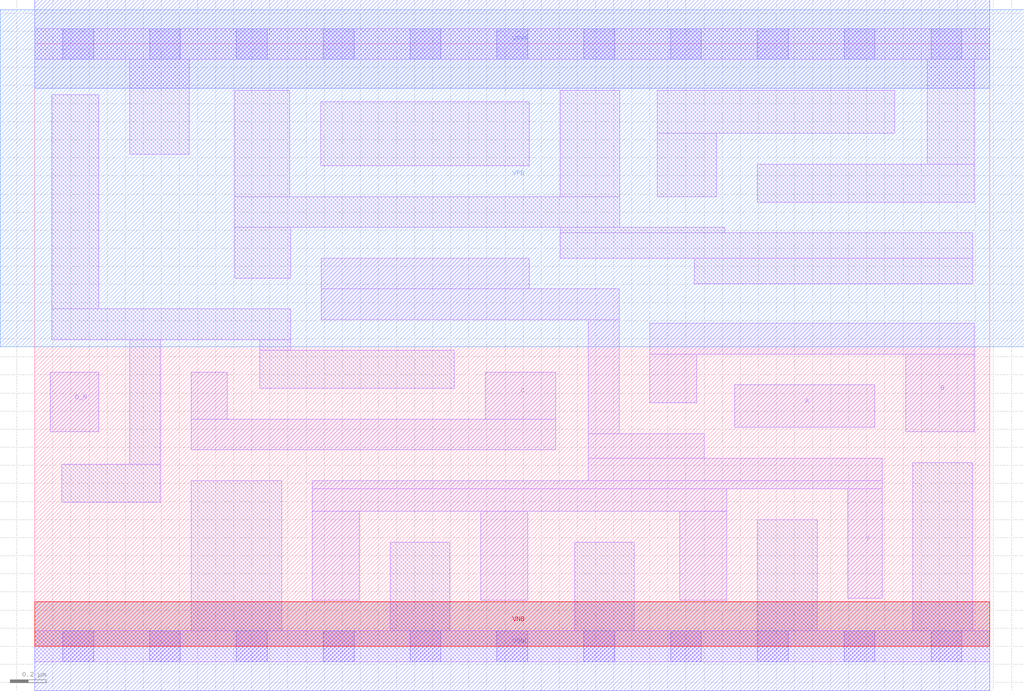
<source format=lef>
# Copyright 2020 The SkyWater PDK Authors
#
# Licensed under the Apache License, Version 2.0 (the "License");
# you may not use this file except in compliance with the License.
# You may obtain a copy of the License at
#
#     https://www.apache.org/licenses/LICENSE-2.0
#
# Unless required by applicable law or agreed to in writing, software
# distributed under the License is distributed on an "AS IS" BASIS,
# WITHOUT WARRANTIES OR CONDITIONS OF ANY KIND, either express or implied.
# See the License for the specific language governing permissions and
# limitations under the License.
#
# SPDX-License-Identifier: Apache-2.0

VERSION 5.7 ;
  NOWIREEXTENSIONATPIN ON ;
  DIVIDERCHAR "/" ;
  BUSBITCHARS "[]" ;
MACRO sky130_fd_sc_lp__nor4b_2
  CLASS CORE ;
  FOREIGN sky130_fd_sc_lp__nor4b_2 ;
  ORIGIN  0.000000  0.000000 ;
  SIZE  5.280000 BY  3.330000 ;
  SYMMETRY X Y R90 ;
  SITE unit ;
  PIN A
    ANTENNAGATEAREA  0.630000 ;
    DIRECTION INPUT ;
    USE SIGNAL ;
    PORT
      LAYER li1 ;
        RECT 3.870000 1.210000 4.645000 1.445000 ;
    END
  END A
  PIN B
    ANTENNAGATEAREA  0.630000 ;
    DIRECTION INPUT ;
    USE SIGNAL ;
    PORT
      LAYER li1 ;
        RECT 3.400000 1.345000 3.660000 1.615000 ;
        RECT 3.400000 1.615000 5.195000 1.785000 ;
        RECT 4.815000 1.185000 5.195000 1.615000 ;
    END
  END B
  PIN C
    ANTENNAGATEAREA  0.630000 ;
    DIRECTION INPUT ;
    USE SIGNAL ;
    PORT
      LAYER li1 ;
        RECT 0.865000 1.085000 2.880000 1.255000 ;
        RECT 0.865000 1.255000 1.065000 1.515000 ;
        RECT 2.490000 1.255000 2.880000 1.515000 ;
    END
  END C
  PIN D_N
    ANTENNAGATEAREA  0.126000 ;
    DIRECTION INPUT ;
    USE SIGNAL ;
    PORT
      LAYER li1 ;
        RECT 0.085000 1.185000 0.355000 1.515000 ;
    END
  END D_N
  PIN Y
    ANTENNADIFFAREA  1.293600 ;
    DIRECTION OUTPUT ;
    USE SIGNAL ;
    PORT
      LAYER li1 ;
        RECT 1.535000 0.255000 1.795000 0.745000 ;
        RECT 1.535000 0.745000 3.825000 0.870000 ;
        RECT 1.535000 0.870000 4.685000 0.915000 ;
        RECT 1.585000 1.805000 3.230000 1.975000 ;
        RECT 1.585000 1.975000 2.735000 2.145000 ;
        RECT 2.465000 0.255000 2.725000 0.745000 ;
        RECT 3.060000 0.915000 4.685000 1.040000 ;
        RECT 3.060000 1.040000 3.700000 1.175000 ;
        RECT 3.060000 1.175000 3.230000 1.805000 ;
        RECT 3.565000 0.255000 3.825000 0.745000 ;
        RECT 4.495000 0.265000 4.685000 0.870000 ;
    END
  END Y
  PIN VGND
    DIRECTION INOUT ;
    USE GROUND ;
    PORT
      LAYER met1 ;
        RECT 0.000000 -0.245000 5.280000 0.245000 ;
    END
  END VGND
  PIN VNB
    DIRECTION INOUT ;
    USE GROUND ;
    PORT
      LAYER pwell ;
        RECT 0.000000 0.000000 5.280000 0.245000 ;
    END
  END VNB
  PIN VPB
    DIRECTION INOUT ;
    USE POWER ;
    PORT
      LAYER nwell ;
        RECT -0.190000 1.655000 5.470000 3.520000 ;
    END
  END VPB
  PIN VPWR
    DIRECTION INOUT ;
    USE POWER ;
    PORT
      LAYER met1 ;
        RECT 0.000000 3.085000 5.280000 3.575000 ;
    END
  END VPWR
  OBS
    LAYER li1 ;
      RECT 0.000000 -0.085000 5.280000 0.085000 ;
      RECT 0.000000  3.245000 5.280000 3.415000 ;
      RECT 0.095000  1.695000 1.415000 1.865000 ;
      RECT 0.095000  1.865000 0.355000 3.050000 ;
      RECT 0.150000  0.795000 0.695000 1.005000 ;
      RECT 0.525000  1.005000 0.695000 1.695000 ;
      RECT 0.525000  2.720000 0.855000 3.245000 ;
      RECT 0.865000  0.085000 1.365000 0.915000 ;
      RECT 1.105000  2.035000 1.415000 2.315000 ;
      RECT 1.105000  2.315000 3.235000 2.485000 ;
      RECT 1.105000  2.485000 1.410000 3.075000 ;
      RECT 1.245000  1.425000 2.320000 1.635000 ;
      RECT 1.245000  1.635000 1.415000 1.695000 ;
      RECT 1.580000  2.655000 2.735000 3.010000 ;
      RECT 1.965000  0.085000 2.295000 0.575000 ;
      RECT 2.905000  2.145000 5.185000 2.285000 ;
      RECT 2.905000  2.285000 3.815000 2.315000 ;
      RECT 2.905000  2.485000 3.235000 3.075000 ;
      RECT 2.985000  0.085000 3.315000 0.575000 ;
      RECT 3.440000  2.485000 3.770000 2.835000 ;
      RECT 3.440000  2.835000 4.755000 3.075000 ;
      RECT 3.645000  2.005000 5.185000 2.145000 ;
      RECT 3.995000  0.085000 4.325000 0.700000 ;
      RECT 3.995000  2.455000 5.195000 2.665000 ;
      RECT 4.855000  0.085000 5.185000 1.015000 ;
      RECT 4.935000  2.665000 5.195000 3.245000 ;
    LAYER mcon ;
      RECT 0.155000 -0.085000 0.325000 0.085000 ;
      RECT 0.155000  3.245000 0.325000 3.415000 ;
      RECT 0.635000 -0.085000 0.805000 0.085000 ;
      RECT 0.635000  3.245000 0.805000 3.415000 ;
      RECT 1.115000 -0.085000 1.285000 0.085000 ;
      RECT 1.115000  3.245000 1.285000 3.415000 ;
      RECT 1.595000 -0.085000 1.765000 0.085000 ;
      RECT 1.595000  3.245000 1.765000 3.415000 ;
      RECT 2.075000 -0.085000 2.245000 0.085000 ;
      RECT 2.075000  3.245000 2.245000 3.415000 ;
      RECT 2.555000 -0.085000 2.725000 0.085000 ;
      RECT 2.555000  3.245000 2.725000 3.415000 ;
      RECT 3.035000 -0.085000 3.205000 0.085000 ;
      RECT 3.035000  3.245000 3.205000 3.415000 ;
      RECT 3.515000 -0.085000 3.685000 0.085000 ;
      RECT 3.515000  3.245000 3.685000 3.415000 ;
      RECT 3.995000 -0.085000 4.165000 0.085000 ;
      RECT 3.995000  3.245000 4.165000 3.415000 ;
      RECT 4.475000 -0.085000 4.645000 0.085000 ;
      RECT 4.475000  3.245000 4.645000 3.415000 ;
      RECT 4.955000 -0.085000 5.125000 0.085000 ;
      RECT 4.955000  3.245000 5.125000 3.415000 ;
  END
END sky130_fd_sc_lp__nor4b_2
END LIBRARY

</source>
